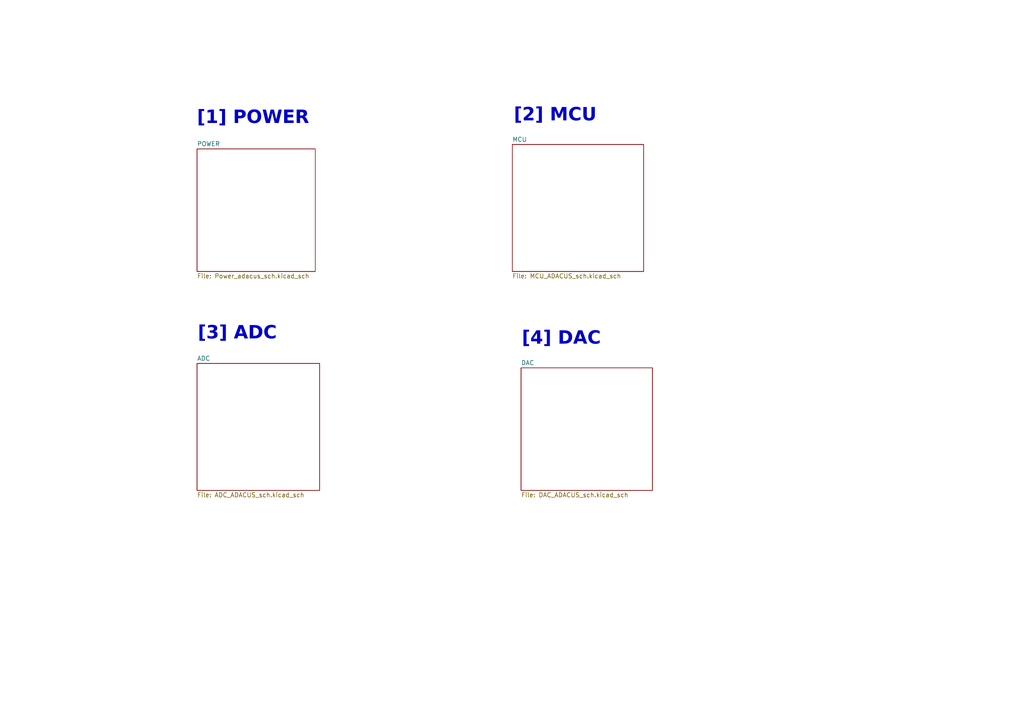
<source format=kicad_sch>
(kicad_sch
	(version 20231120)
	(generator "eeschema")
	(generator_version "8.0")
	(uuid "5b4caae3-37f5-49e8-8ccb-da7cc544f604")
	(paper "A4")
	(lib_symbols)
	(text "[2] MCU"
		(exclude_from_sim yes)
		(at 161.036 34.544 0)
		(effects
			(font
				(face "Arial")
				(size 3.81 3.81)
				(thickness 1.016)
				(bold yes)
			)
		)
		(uuid "21d50075-7cad-4ad0-830e-43d9b5599f63")
	)
	(text "[3] ADC"
		(exclude_from_sim yes)
		(at 68.834 97.79 0)
		(effects
			(font
				(face "Arial")
				(size 3.81 3.81)
				(thickness 1.016)
				(bold yes)
			)
		)
		(uuid "3b35eab3-2286-428d-8d5d-dc03d4669a8d")
	)
	(text "[4] DAC\n"
		(exclude_from_sim yes)
		(at 162.814 99.314 0)
		(effects
			(font
				(face "Arial")
				(size 3.81 3.81)
				(thickness 1.016)
				(bold yes)
			)
		)
		(uuid "d086c400-9d77-46b3-aecf-6826c6bd7857")
	)
	(text "[1] POWER"
		(exclude_from_sim yes)
		(at 73.406 35.306 0)
		(effects
			(font
				(face "Arial")
				(size 3.81 3.81)
				(thickness 1.016)
				(bold yes)
			)
		)
		(uuid "f6495c5a-c0fc-4022-b05b-3a08e5a5e07c")
	)
	(sheet
		(at 151.13 106.68)
		(size 38.1 35.56)
		(fields_autoplaced yes)
		(stroke
			(width 0.1524)
			(type solid)
		)
		(fill
			(color 0 0 0 0.0000)
		)
		(uuid "00d69a87-1f9e-4a60-98b4-ea50b284f182")
		(property "Sheetname" "DAC"
			(at 151.13 105.9684 0)
			(effects
				(font
					(size 1.27 1.27)
				)
				(justify left bottom)
			)
		)
		(property "Sheetfile" "DAC_ADACUS_sch.kicad_sch"
			(at 151.13 142.8246 0)
			(effects
				(font
					(size 1.27 1.27)
				)
				(justify left top)
			)
		)
		(instances
			(project "ADACUS"
				(path "/5b4caae3-37f5-49e8-8ccb-da7cc544f604"
					(page "5")
				)
			)
		)
	)
	(sheet
		(at 57.15 43.18)
		(size 34.29 35.56)
		(fields_autoplaced yes)
		(stroke
			(width 0.1524)
			(type solid)
		)
		(fill
			(color 0 0 0 0.0000)
		)
		(uuid "012cb542-cefe-4141-9286-26b7d5e6806c")
		(property "Sheetname" "POWER"
			(at 57.15 42.4684 0)
			(effects
				(font
					(size 1.27 1.27)
				)
				(justify left bottom)
			)
		)
		(property "Sheetfile" "Power_adacus_sch.kicad_sch"
			(at 57.15 79.3246 0)
			(effects
				(font
					(size 1.27 1.27)
				)
				(justify left top)
			)
		)
		(instances
			(project "ADACUS"
				(path "/5b4caae3-37f5-49e8-8ccb-da7cc544f604"
					(page "2")
				)
			)
		)
	)
	(sheet
		(at 57.15 105.41)
		(size 35.56 36.83)
		(fields_autoplaced yes)
		(stroke
			(width 0.1524)
			(type solid)
		)
		(fill
			(color 0 0 0 0.0000)
		)
		(uuid "3a988b36-57d2-4e88-bd76-42555a652ede")
		(property "Sheetname" "ADC"
			(at 57.15 104.6984 0)
			(effects
				(font
					(size 1.27 1.27)
				)
				(justify left bottom)
			)
		)
		(property "Sheetfile" "ADC_ADACUS_sch.kicad_sch"
			(at 57.15 142.8246 0)
			(effects
				(font
					(size 1.27 1.27)
				)
				(justify left top)
			)
		)
		(instances
			(project "ADACUS"
				(path "/5b4caae3-37f5-49e8-8ccb-da7cc544f604"
					(page "4")
				)
			)
		)
	)
	(sheet
		(at 148.59 41.91)
		(size 38.1 36.83)
		(fields_autoplaced yes)
		(stroke
			(width 0.1524)
			(type solid)
		)
		(fill
			(color 0 0 0 0.0000)
		)
		(uuid "bd0dfdd1-4cb7-41b3-b57d-52c5445c122b")
		(property "Sheetname" "MCU"
			(at 148.59 41.1984 0)
			(effects
				(font
					(size 1.27 1.27)
				)
				(justify left bottom)
			)
		)
		(property "Sheetfile" "MCU_ADACUS_sch.kicad_sch"
			(at 148.59 79.3246 0)
			(effects
				(font
					(size 1.27 1.27)
				)
				(justify left top)
			)
		)
		(instances
			(project "ADACUS"
				(path "/5b4caae3-37f5-49e8-8ccb-da7cc544f604"
					(page "3")
				)
			)
		)
	)
	(sheet_instances
		(path "/"
			(page "1")
		)
	)
)

</source>
